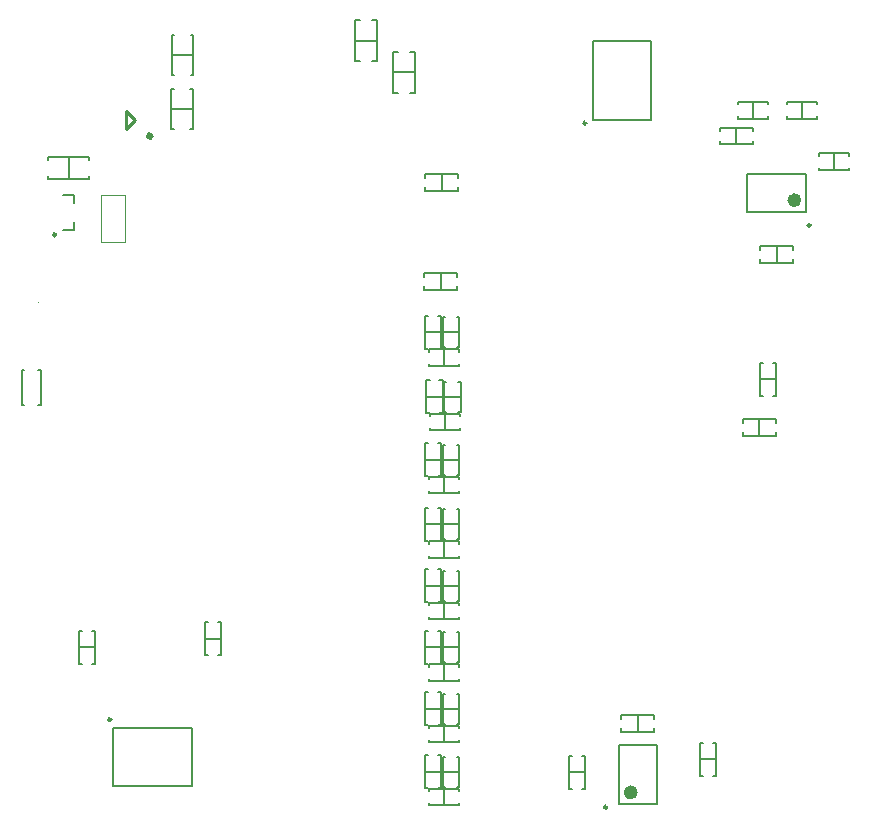
<source format=gbo>
G04*
G04 #@! TF.GenerationSoftware,Altium Limited,Altium Designer,19.1.8 (144)*
G04*
G04 Layer_Color=65280*
%FSLAX25Y25*%
%MOIN*%
G70*
G01*
G75*
%ADD10C,0.00984*%
%ADD11C,0.02362*%
%ADD12C,0.01000*%
%ADD13C,0.00591*%
%ADD14C,0.00787*%
%ADD63C,0.01968*%
%ADD80C,0.00394*%
D10*
X213002Y5295D02*
G03*
X213002Y5295I-492J0D01*
G01*
X206091Y233351D02*
G03*
X206091Y233351I-492J0D01*
G01*
X47657Y34559D02*
G03*
X47657Y34559I-492J0D01*
G01*
X29252Y196153D02*
G03*
X29252Y196153I-492J0D01*
G01*
X280839Y199272D02*
G03*
X280839Y199272I-492J0D01*
G01*
D11*
X222057Y10236D02*
G03*
X222057Y10236I-1181J0D01*
G01*
X276587Y207638D02*
G03*
X276587Y207638I-1181J0D01*
G01*
D12*
X52500Y237500D02*
X55500Y234500D01*
X52500Y232000D02*
Y237500D01*
Y231500D02*
Y232000D01*
Y231500D02*
X55500Y234500D01*
D13*
X67746Y231307D02*
Y244693D01*
X68533D01*
X67746Y231307D02*
X68533D01*
X67746Y238000D02*
X74832D01*
X74045Y244693D02*
X74832D01*
Y231307D02*
Y244693D01*
X74045Y231307D02*
X74832D01*
X67957Y256000D02*
X75043D01*
X74256Y249307D02*
X75043D01*
Y262693D01*
X74256D02*
X75043D01*
X67957Y249307D02*
X68744D01*
X67957D02*
Y262693D01*
X68744D01*
X78940Y61493D02*
X84452D01*
X83270Y55981D02*
X84452D01*
Y67004D01*
X83270D02*
X84452D01*
X78940D02*
X80121D01*
X78940Y55981D02*
Y67004D01*
Y55981D02*
X80121D01*
X200244Y16944D02*
X205756D01*
X200244Y22456D02*
X201425D01*
X200244Y11432D02*
Y22456D01*
Y11432D02*
X201425D01*
X204575D02*
X205756D01*
Y22456D01*
X204575D02*
X205756D01*
X243880Y21299D02*
X249392D01*
X243880Y26811D02*
X245061D01*
X243880Y15787D02*
Y26811D01*
Y15787D02*
X245061D01*
X248211D02*
X249392D01*
Y26811D01*
X248211D02*
X249392D01*
X275119Y186744D02*
Y187925D01*
X264095Y186744D02*
X275119D01*
X264095D02*
Y187925D01*
Y191075D02*
Y192256D01*
X275119D01*
Y191075D02*
Y192256D01*
X269607Y186744D02*
Y192256D01*
X250496Y230591D02*
Y231772D01*
X261520D01*
Y230591D02*
Y231772D01*
Y226260D02*
Y227442D01*
X250496Y226260D02*
X261520D01*
X250496D02*
Y227442D01*
X256008Y226260D02*
Y231772D01*
X266603Y234808D02*
Y235564D01*
X256603Y234808D02*
X266603D01*
X256603D02*
Y235564D01*
Y239564D02*
Y240319D01*
X266603D01*
Y239564D02*
Y240319D01*
X261603Y234808D02*
Y240319D01*
X278103Y234808D02*
Y240319D01*
X283103Y239564D02*
Y240319D01*
X273103D02*
X283103D01*
X273103Y239564D02*
Y240319D01*
Y234808D02*
Y235564D01*
Y234808D02*
X283103D01*
Y235564D01*
X134650Y254173D02*
X136225D01*
Y267559D01*
X134650D02*
X136225D01*
X129138D02*
X130713D01*
X129138Y254173D02*
Y267559D01*
Y254173D02*
X130713D01*
X129138Y260866D02*
X136225D01*
X157836Y210739D02*
Y216251D01*
X152324Y210739D02*
Y211920D01*
Y210739D02*
X163348D01*
Y211920D01*
Y215070D02*
Y216251D01*
X152324D02*
X163348D01*
X152324Y215070D02*
Y216251D01*
X157589Y177883D02*
Y183395D01*
X152077Y177883D02*
Y179064D01*
Y177883D02*
X163101D01*
Y179064D01*
Y182214D02*
Y183395D01*
X152077D02*
X163101D01*
X152077Y182214D02*
Y183395D01*
X293701Y217744D02*
Y218500D01*
X283701Y217744D02*
X293701D01*
X283701D02*
Y218500D01*
Y222500D02*
Y223256D01*
X293701D01*
Y222500D02*
Y223256D01*
X288701Y217744D02*
Y223256D01*
X23362Y139365D02*
X24150D01*
Y151177D01*
X23362D02*
X24150D01*
X17850D02*
X18638D01*
X17850Y139365D02*
Y151177D01*
Y139365D02*
X18638D01*
X147270Y243539D02*
X148845D01*
Y256925D01*
X147270D02*
X148845D01*
X141758D02*
X143333D01*
X141758Y243539D02*
Y256925D01*
Y243539D02*
X143333D01*
X141758Y250232D02*
X148845D01*
X36847Y53134D02*
X38028D01*
X36847D02*
Y64157D01*
X38028D01*
X41177D02*
X42358D01*
Y53134D02*
Y64157D01*
X41177Y53134D02*
X42358D01*
X36847Y58646D02*
X42358D01*
X217726Y34874D02*
Y36055D01*
X228750D01*
Y34874D02*
Y36055D01*
Y30543D02*
Y31724D01*
X217726Y30543D02*
X228750D01*
X217726D02*
Y31724D01*
X223238Y30543D02*
Y36055D01*
X263898Y142488D02*
X265079D01*
X263898D02*
Y153512D01*
X265079D01*
X268229D02*
X269410D01*
Y142488D02*
Y153512D01*
X268229Y142488D02*
X269410D01*
X263898Y148000D02*
X269410D01*
X26807Y214835D02*
X40193D01*
X26807D02*
Y215622D01*
X40193Y214835D02*
Y215622D01*
X33500Y214835D02*
Y221921D01*
X26807Y221134D02*
Y221921D01*
X40193D01*
Y221134D02*
Y221921D01*
X157756Y11646D02*
Y22669D01*
X156575Y11646D02*
X157756D01*
X156575Y22669D02*
X157756D01*
X152244Y17157D02*
X157756D01*
X152244Y11646D02*
X153425D01*
X152244D02*
Y22669D01*
X153425D01*
X163709Y12157D02*
Y22157D01*
X162953Y12157D02*
X163709D01*
X162953Y22157D02*
X163709D01*
X158197Y17157D02*
X163709D01*
X158197Y12157D02*
X158953D01*
X158197D02*
Y22157D01*
X158953D01*
X258190Y133433D02*
Y134614D01*
X269213D01*
Y133433D02*
Y134614D01*
Y129102D02*
Y130283D01*
X258190Y129102D02*
X269213D01*
X258190D02*
Y130283D01*
X263701Y129102D02*
Y134614D01*
X153551Y5929D02*
Y6685D01*
Y5929D02*
X163551D01*
Y6685D01*
X158551Y5929D02*
Y11441D01*
X153551Y10685D02*
Y11441D01*
X163551Y10685D02*
Y11441D01*
X153551D02*
X163551D01*
X153551Y26929D02*
Y27685D01*
Y26929D02*
X163551D01*
Y27685D01*
X158551Y26929D02*
Y32441D01*
X153551Y31685D02*
Y32441D01*
X163551Y31685D02*
Y32441D01*
X153551D02*
X163551D01*
X152244Y43669D02*
X153425D01*
X152244Y32646D02*
Y43669D01*
Y32646D02*
X153425D01*
X152244Y38157D02*
X157756D01*
X156575Y43669D02*
X157756D01*
X156575Y32646D02*
X157756D01*
Y43669D01*
X158197Y43157D02*
X158953D01*
X158197Y33157D02*
Y43157D01*
Y33157D02*
X158953D01*
X158197Y38157D02*
X163709D01*
X162953Y43157D02*
X163709D01*
X162953Y33157D02*
X163709D01*
Y43157D01*
X153551Y88429D02*
Y89185D01*
Y88429D02*
X163551D01*
Y89185D01*
X158551Y88429D02*
Y93941D01*
X153551Y93185D02*
Y93941D01*
X163551Y93185D02*
Y93941D01*
X153551D02*
X163551D01*
X152244Y105169D02*
X153425D01*
X152244Y94146D02*
Y105169D01*
Y94146D02*
X153425D01*
X152244Y99657D02*
X157756D01*
X156575Y105169D02*
X157756D01*
X156575Y94146D02*
X157756D01*
Y105169D01*
X158197Y104657D02*
X158953D01*
X158197Y94657D02*
Y104657D01*
Y94657D02*
X158953D01*
X158197Y99657D02*
X163709D01*
X162953Y104657D02*
X163709D01*
X162953Y94657D02*
X163709D01*
Y104657D01*
X153551Y109929D02*
Y110685D01*
Y109929D02*
X163551D01*
Y110685D01*
X158551Y109929D02*
Y115441D01*
X153551Y114685D02*
Y115441D01*
X163551Y114685D02*
Y115441D01*
X153551D02*
X163551D01*
X152244Y126669D02*
X153425D01*
X152244Y115646D02*
Y126669D01*
Y115646D02*
X153425D01*
X152244Y121158D02*
X157756D01*
X156575Y126669D02*
X157756D01*
X156575Y115646D02*
X157756D01*
Y126669D01*
X158197Y126157D02*
X158953D01*
X158197Y116157D02*
Y126157D01*
Y116157D02*
X158953D01*
X158197Y121157D02*
X163709D01*
X162953Y126157D02*
X163709D01*
X162953Y116157D02*
X163709D01*
Y126157D01*
X153551Y67929D02*
Y68685D01*
Y67929D02*
X163551D01*
Y68685D01*
X158551Y67929D02*
Y73441D01*
X153551Y72685D02*
Y73441D01*
X163551Y72685D02*
Y73441D01*
X153551D02*
X163551D01*
X152244Y84669D02*
X153425D01*
X152244Y73646D02*
Y84669D01*
Y73646D02*
X153425D01*
X152244Y79158D02*
X157756D01*
X156575Y84669D02*
X157756D01*
X156575Y73646D02*
X157756D01*
Y84669D01*
X158197Y84157D02*
X158953D01*
X158197Y74157D02*
Y84157D01*
Y74157D02*
X158953D01*
X158197Y79157D02*
X163709D01*
X162953Y84157D02*
X163709D01*
X162953Y74157D02*
X163709D01*
Y84157D01*
X153551Y47429D02*
Y48185D01*
Y47429D02*
X163551D01*
Y48185D01*
X158551Y47429D02*
Y52941D01*
X153551Y52185D02*
Y52941D01*
X163551Y52185D02*
Y52941D01*
X153551D02*
X163551D01*
X152244Y64169D02*
X153425D01*
X152244Y53146D02*
Y64169D01*
Y53146D02*
X153425D01*
X152244Y58657D02*
X157756D01*
X156575Y64169D02*
X157756D01*
X156575Y53146D02*
X157756D01*
Y64169D01*
X158197Y63657D02*
X158953D01*
X158197Y53657D02*
Y63657D01*
Y53657D02*
X158953D01*
X158197Y58657D02*
X163709D01*
X162953Y63657D02*
X163709D01*
X162953Y53657D02*
X163709D01*
Y63657D01*
X154051Y130929D02*
Y131685D01*
Y130929D02*
X164051D01*
Y131685D01*
X159051Y130929D02*
Y136441D01*
X154051Y135685D02*
Y136441D01*
X164051Y135685D02*
Y136441D01*
X154051D02*
X164051D01*
X152744Y147669D02*
X153925D01*
X152744Y136646D02*
Y147669D01*
Y136646D02*
X153925D01*
X152744Y142157D02*
X158256D01*
X157075Y147669D02*
X158256D01*
X157075Y136646D02*
X158256D01*
Y147669D01*
X158697Y147157D02*
X159453D01*
X158697Y137157D02*
Y147157D01*
Y137157D02*
X159453D01*
X158697Y142157D02*
X164209D01*
X163453Y147157D02*
X164209D01*
X163453Y137157D02*
X164209D01*
Y147157D01*
X153551Y152429D02*
Y153185D01*
Y152429D02*
X163551D01*
Y153185D01*
X158551Y152429D02*
Y157941D01*
X153551Y157185D02*
Y157941D01*
X163551Y157185D02*
Y157941D01*
X153551D02*
X163551D01*
X158197Y168657D02*
X158953D01*
X158197Y158657D02*
Y168657D01*
Y158657D02*
X158953D01*
X158197Y163657D02*
X163709D01*
X162953Y168657D02*
X163709D01*
X162953Y158657D02*
X163709D01*
Y168657D01*
X152244Y169169D02*
X153425D01*
X152244Y158146D02*
Y169169D01*
Y158146D02*
X153425D01*
X152244Y163657D02*
X157756D01*
X156575Y169169D02*
X157756D01*
X156575Y158146D02*
X157756D01*
Y169169D01*
D14*
X216939Y25984D02*
X229537D01*
X216939Y6299D02*
X229537D01*
Y25984D01*
X216939Y6299D02*
Y25984D01*
X208354Y260714D02*
X227646D01*
X208354Y234335D02*
X227646D01*
Y260714D01*
X208354Y234335D02*
Y260714D01*
X74527Y12512D02*
Y31803D01*
X48149Y12512D02*
Y31803D01*
Y12512D02*
X74527D01*
X48149Y31803D02*
X74527D01*
X31516Y209539D02*
X35453D01*
Y206784D02*
Y209539D01*
Y197728D02*
Y200484D01*
X31516Y197728D02*
X35453D01*
X259658Y203701D02*
X279343D01*
X259658Y216299D02*
X279343D01*
Y203701D02*
Y216299D01*
X259658Y203701D02*
Y216299D01*
D63*
X60894Y229000D02*
G03*
X60894Y229000I-394J0D01*
G01*
D80*
X23618Y173559D02*
G03*
X23618Y173559I-197J0D01*
G01*
X52268Y193726D02*
Y209474D01*
X49315Y193726D02*
X52268D01*
X44394Y209474D02*
X52268D01*
X44394Y193726D02*
X49315D01*
X44394D02*
Y209474D01*
M02*

</source>
